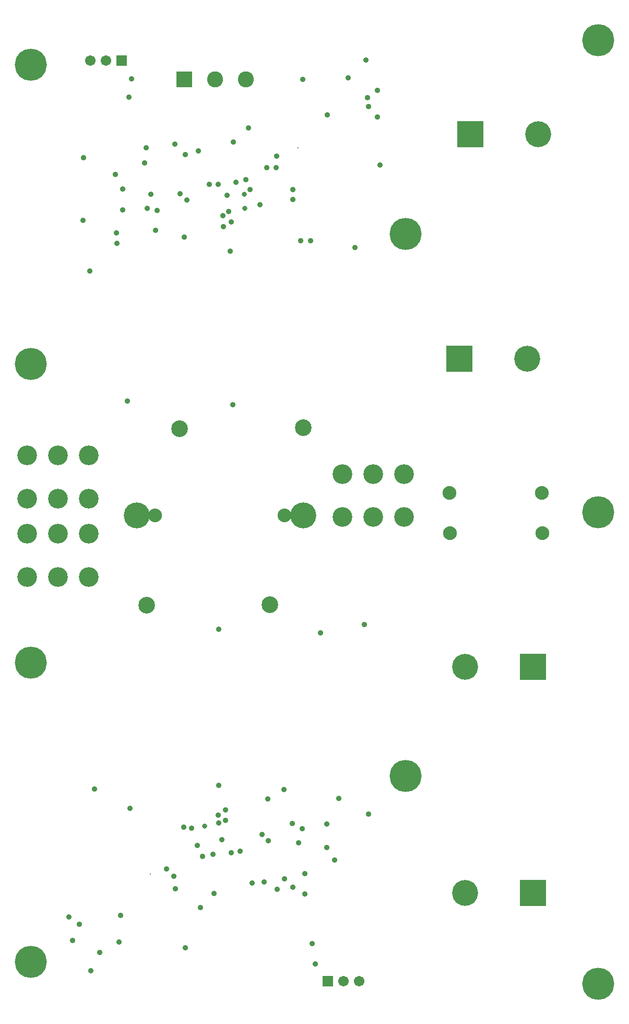
<source format=gbs>
G04 Layer_Color=16711935*
%FSLAX25Y25*%
%MOIN*%
G70*
G01*
G75*
%ADD78C,0.20485*%
%ADD79C,0.10642*%
%ADD80R,0.10236X0.10236*%
%ADD81C,0.10236*%
%ADD82C,0.06706*%
%ADD83R,0.06706X0.06706*%
%ADD84C,0.16548*%
%ADD85R,0.16548X0.16548*%
%ADD86C,0.12611*%
%ADD87C,0.08800*%
%ADD88C,0.00800*%
%ADD89C,0.03556*%
%ADD90C,0.03162*%
D78*
X479291Y242598D02*
D03*
Y588583D02*
D03*
X240000Y314934D02*
D03*
X602205Y712205D02*
D03*
Y110158D02*
D03*
Y411181D02*
D03*
X240000Y124094D02*
D03*
Y505774D02*
D03*
Y696614D02*
D03*
D79*
X392520Y351969D02*
D03*
X413748Y464945D02*
D03*
X334748Y464445D02*
D03*
X313779Y351575D02*
D03*
D80*
X337795Y687402D02*
D03*
D81*
X357480D02*
D03*
X377165D02*
D03*
D82*
X449528Y111811D02*
D03*
X439528D02*
D03*
X277953Y699213D02*
D03*
X287953D02*
D03*
D83*
X429528Y111811D02*
D03*
X297953Y699213D02*
D03*
D84*
X517323Y168110D02*
D03*
X563779Y652362D02*
D03*
X556693Y509055D02*
D03*
X517323Y312205D02*
D03*
X413779Y409055D02*
D03*
X307480D02*
D03*
D85*
X560630Y168110D02*
D03*
X520472Y652362D02*
D03*
X513386Y509055D02*
D03*
X560630Y312205D02*
D03*
D86*
X478346Y407874D02*
D03*
X458661D02*
D03*
X438976D02*
D03*
X478346Y435433D02*
D03*
X458661D02*
D03*
X438976D02*
D03*
X276772Y369685D02*
D03*
X257087D02*
D03*
X237402D02*
D03*
X276772Y397244D02*
D03*
X257087D02*
D03*
X237402D02*
D03*
Y447244D02*
D03*
X257087D02*
D03*
X276772D02*
D03*
X237402Y419685D02*
D03*
X257087D02*
D03*
X276772D02*
D03*
D87*
X319291Y409055D02*
D03*
X401968D02*
D03*
X507402Y397716D02*
D03*
X566457D02*
D03*
X507087Y423463D02*
D03*
X566142D02*
D03*
D88*
X410472Y643543D02*
D03*
X316142Y180157D02*
D03*
D89*
X353900Y620510D02*
D03*
X346850Y641732D02*
D03*
X362598Y600394D02*
D03*
X377165Y623229D02*
D03*
X296063Y136614D02*
D03*
X361810Y201968D02*
D03*
X401968Y177165D02*
D03*
X407086Y171653D02*
D03*
X338583Y133071D02*
D03*
X270935Y148062D02*
D03*
X264173Y152756D02*
D03*
X303150Y222047D02*
D03*
X326378Y183465D02*
D03*
X367877Y193769D02*
D03*
X331102Y178740D02*
D03*
X414961Y167323D02*
D03*
X455512Y218504D02*
D03*
X436614Y228346D02*
D03*
X401575Y233858D02*
D03*
X332087Y170669D02*
D03*
X273622Y637402D02*
D03*
X312426Y634031D02*
D03*
X298425Y603937D02*
D03*
X414900Y180210D02*
D03*
X410790Y200068D02*
D03*
X364334Y214241D02*
D03*
Y220934D02*
D03*
X266605Y137826D02*
D03*
X373389Y194556D02*
D03*
X388744Y174872D02*
D03*
X413153Y209123D02*
D03*
X428901Y196918D02*
D03*
X428901Y211879D02*
D03*
X280476Y234320D02*
D03*
X360003Y236682D02*
D03*
X359610Y217785D02*
D03*
X297313Y153574D02*
D03*
X368897Y479527D02*
D03*
X301575Y481890D02*
D03*
X283927Y129952D02*
D03*
X278346Y118504D02*
D03*
X461024Y680315D02*
D03*
X455512Y670079D02*
D03*
X413386Y687402D02*
D03*
X442520Y688189D02*
D03*
X429134Y664567D02*
D03*
X378740Y656299D02*
D03*
X396850Y638189D02*
D03*
X331890Y646063D02*
D03*
X338582Y639370D02*
D03*
X369291Y647244D02*
D03*
X313386Y643701D02*
D03*
X386221Y607480D02*
D03*
X293701Y626706D02*
D03*
X314173Y605118D02*
D03*
X320472Y603544D02*
D03*
X316535Y614173D02*
D03*
X365354Y613386D02*
D03*
X337795Y586614D02*
D03*
X396457Y631103D02*
D03*
X390551D02*
D03*
X446850Y579921D02*
D03*
X298425Y617323D02*
D03*
X412205Y584252D02*
D03*
X407087Y616929D02*
D03*
Y610630D02*
D03*
X418504Y584252D02*
D03*
X273228Y597244D02*
D03*
X294488Y589370D02*
D03*
X319685Y590945D02*
D03*
X294882Y582677D02*
D03*
X277559Y564961D02*
D03*
X367323Y577559D02*
D03*
X359449Y620473D02*
D03*
X304331Y687795D02*
D03*
X391596Y201346D02*
D03*
X381102Y174409D02*
D03*
X391339Y227953D02*
D03*
X406693Y212205D02*
D03*
X452756Y339370D02*
D03*
X359842Y336221D02*
D03*
X424803Y333858D02*
D03*
X453937Y699606D02*
D03*
X454724Y675591D02*
D03*
X461024Y663386D02*
D03*
X462992Y632677D02*
D03*
X419685Y135827D02*
D03*
X421654Y122835D02*
D03*
X362992Y593307D02*
D03*
X367716Y596456D02*
D03*
X370921Y621783D02*
D03*
X356693Y167717D02*
D03*
X348031Y158661D02*
D03*
X349606Y191338D02*
D03*
X346062Y198425D02*
D03*
X433858Y188976D02*
D03*
X302362Y675984D02*
D03*
X356298Y192519D02*
D03*
X387402Y205512D02*
D03*
X397244Y170472D02*
D03*
X359842Y212598D02*
D03*
X337638Y210079D02*
D03*
X342361Y209370D02*
D03*
X335276Y614488D02*
D03*
X366063Y602913D02*
D03*
X339606Y610472D02*
D03*
X379921Y616850D02*
D03*
D90*
X350841Y210774D02*
D03*
X376220Y613937D02*
D03*
X376394Y605005D02*
D03*
M02*

</source>
